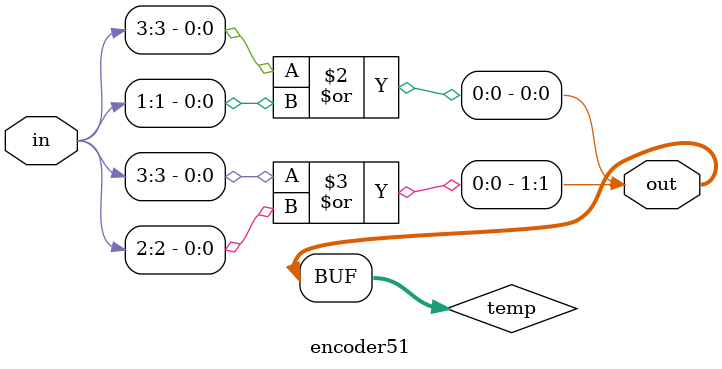
<source format=v>
module encoder51 (input [3:0] in, output [1:0] out);

    reg [1:0] temp;
    always @(*) begin
        temp[0] = in[3] | in[1];
        temp[1] = in[3] | in[2];
    end

    assign out = temp;
    
endmodule

</source>
